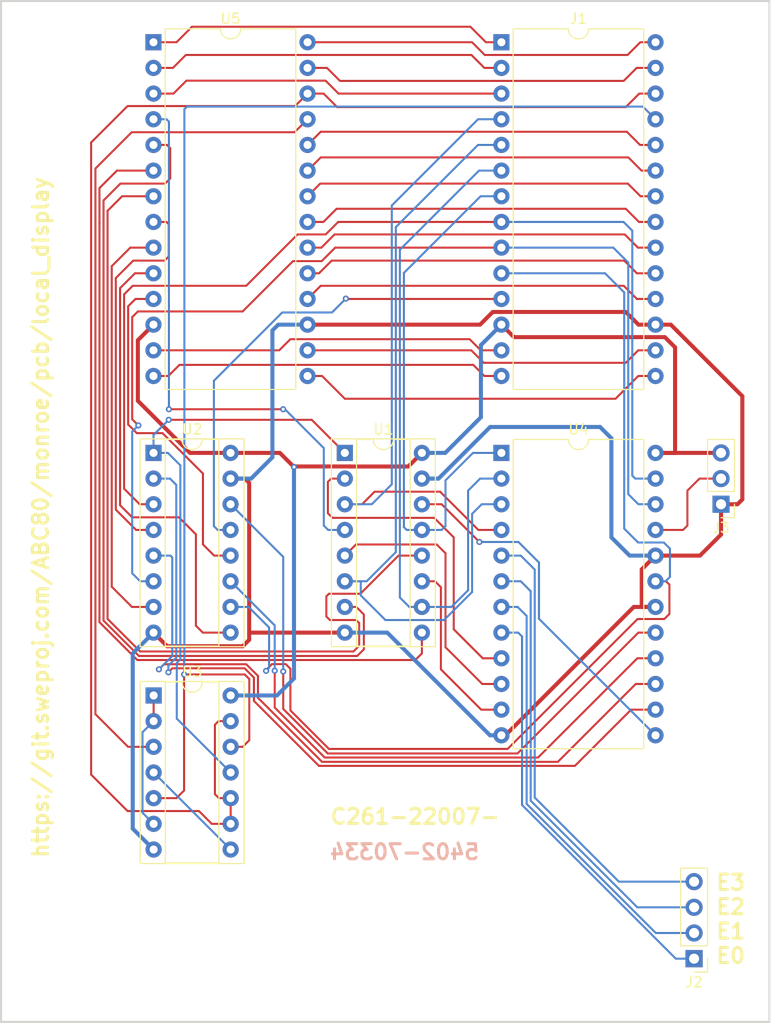
<source format=kicad_pcb>
(kicad_pcb (version 20241229) (generator "pcbnew") (generator_version "9.0")
  (title_block (title "Monroe Local Display") (date "2024-10-31") (rev "ver 0.01") (company "SweProj"))
  (layers (0 "F.Cu" signal) (2 "B.Cu" signal) (13 "F.Paste" user) (15 "B.Paste" user) (5 "F.SilkS" user "F.Silkscreen") (7 "B.SilkS" user "B.Silkscreen") (1 "F.Mask" user) (3 "B.Mask" user) (25 "Edge.Cuts" user))
  (net 0 "")
  (net 1 "/E7")
  (net 2 "/E8")
  (net 3 "/E4")
  (net 4 "Net-(J3-Pin_2)")
  (net 5 "/E2")
  (net 6 "/E10")
  (net 7 "/E1")
  (net 8 "VCC")
  (net 9 "Net-(U1-I0c)")
  (net 10 "Net-(U2-I0a)")
  (net 11 "/E3")
  (net 12 "Net-(U2-I0c)")
  (net 13 "Net-(U1-I0a)")
  (net 14 "Net-(U1-I0d)")
  (net 15 "GND")
  (net 16 "Net-(U1-I0b)")
  (net 17 "/E0")
  (net 18 "/E5")
  (net 19 "/E9")
  (net 20 "/E6")
  (net 21 "Net-(U2-I0d)")
  (net 22 "Net-(U2-I0b)")
  (net 23 "/UNDLN")
  (net 24 "/CHABL")
  (net 25 "/VDC")
  (net 26 "/R3")
  (net 27 "/LD{slash}~{SH}")
  (net 28 "/RETBL")
  (net 29 "Net-(U1-Za)")
  (net 30 "Net-(U2-Zc)")
  (net 31 "/VSYNC")
  (net 32 "/CURSOR")
  (net 33 "Net-(U2-Zb)")
  (net 34 "/BLINK")
  (net 35 "/R1")
  (net 36 "/ATTBE")
  (net 37 "/REVID")
  (net 38 "/R2")
  (net 39 "Net-(U1-Zc)")
  (net 40 "/MS0")
  (net 41 "/VIDEO")
  (net 42 "Net-(U1-Zb)")
  (net 43 "/MS1")
  (net 44 "Net-(U2-Zd)")
  (net 45 "Net-(U2-Za)")
  (net 46 "/R0")
  (net 47 "Net-(U1-Zd)")
  (net 48 "/STKRU")
  (net 49 "Net-(U1-S)")
  (net 50 "/A7")
  (net 51 "/MS0_IN")
  (net 52 "Net-(U3-Pad1)")
  (net 53 "Net-(U3-Pad4)")
  (footprint "Package_DIP:DIP-28_W15.24mm" (layer "F.Cu") (at 79.497 44.079)
    (property "Reference" "J1")
    (property "Value" "Conn_02x14_Counter_Clockwise")
  )
  (footprint "Connector_PinHeader_2.54mm:PinHeader_1x04_P2.54mm_Vertical" (layer "F.Cu") (at 98.552 134.747 180)
    (property "Reference" "J2")
    (property "Value" "Conn_01x04_Pin")
  )
  (footprint "Connector_PinHeader_2.54mm:PinHeader_1x03_P2.54mm_Vertical" (layer "F.Cu") (at 101.219 89.789 180)
    (property "Reference" "J3")
    (property "Value" "Conn_01x03_Pin")
  )
  (footprint "Package_DIP:DIP-14_W7.62mm_Socket" (layer "F.Cu") (at 45.095 108.707)
    (property "Reference" "U3")
    (property "Value" "74LS00")
  )
  (footprint "Package_DIP:DIP-16_W7.62mm_Socket" (layer "F.Cu") (at 64.008 84.709)
    (property "Reference" "U1")
    (property "Value" "74LS157")
  )
  (footprint "Package_DIP:DIP-28_W15.24mm" (layer "F.Cu") (at 45.08 44.079)
    (property "Reference" "U5")
    (property "Value" "~")
  )
  (footprint "Package_DIP:DIP-16_W7.62mm_Socket" (layer "F.Cu") (at 45.085 84.709)
    (property "Reference" "U2")
    (property "Value" "74LS157")
  )
  (footprint "Package_DIP:DIP-24_W15.24mm" (layer "F.Cu") (at 79.497 84.709)
    (property "Reference" "U4")
    (property "Value" "2732")
  )
  (gr_line (start 30 141) (end 106 141) (stroke (width 0.2)) (layer "Edge.Cuts"))
  (gr_line (start 106 40) (end 106 141) (stroke (width 0.2)) (layer "Edge.Cuts"))
  (gr_line (start 30 40) (end 106 40) (stroke (width 0.2)) (layer "Edge.Cuts"))
  (gr_line (start 30 40) (end 30 141) (stroke (width 0.2)) (layer "Edge.Cuts"))
  (gr_text "C261-22007-" (at 62.4332 121.5644 0) (layer "F.SilkS") (effects (font (size 1.5 1.5) (thickness 0.3) (bold yes)) (justify left bottom)))
  (gr_text "https://git.sweproj.com/ABC80/monroe/pcb/local_display" (at 34.798 124.9172 90) (layer "F.SilkS") (effects (font (size 1.5 1.5) (thickness 0.3) (bold yes)) (justify left bottom)))
  (gr_text "E3\nE2\nE1\nE0" (at 100.584 135.3312 0) (layer "F.SilkS") (effects (font (size 1.5 1.5) (thickness 0.3) (bold yes)) (justify left bottom)))
  (gr_text "5402-70334" (at 77.47 125.0696 0) (layer "B.SilkS") (effects (font (size 1.5 1.5) (thickness 0.3) (bold yes)) (justify left bottom mirror)))
  (segment (start 79.497 84.709) (end 76.6826 84.709) (width 0.2) (layer "B.Cu") (net 1))
  (segment (start 73.5838 92.329) (end 71.628 92.329) (width 0.2) (layer "B.Cu") (net 1))
  (segment (start 69.85 66.9036) (end 69.85 92.0496) (width 0.2) (layer "B.Cu") (net 1))
  (segment (start 79.497 59.319) (end 77.4346 59.319) (width 0.2) (layer "B.Cu") (net 1))
  (segment (start 73.9648 87.4268) (end 73.9648 91.948) (width 0.2) (layer "B.Cu") (net 1))
  (segment (start 69.85 92.0496) (end 70.1294 92.329) (width 0.2) (layer "B.Cu") (net 1))
  (segment (start 76.6826 84.709) (end 73.9648 87.4268) (width 0.2) (layer "B.Cu") (net 1))
  (segment (start 73.9648 91.948) (end 73.5838 92.329) (width 0.2) (layer "B.Cu") (net 1))
  (segment (start 77.4346 59.319) (end 69.85 66.9036) (width 0.2) (layer "B.Cu") (net 1))
  (segment (start 70.1294 92.329) (end 71.628 92.329) (width 0.2) (layer "B.Cu") (net 1))
  (segment (start 42.1768 88.2524) (end 42.1768 69.0244) (width 0.2) (layer "F.Cu") (net 2))
  (segment (start 42.1768 69.0244) (end 43.0276 68.1736) (width 0.2) (layer "F.Cu") (net 2))
  (segment (start 43.7134 89.789) (end 42.1768 88.2524) (width 0.2) (layer "F.Cu") (net 2))
  (segment (start 62.113002 63.0936) (end 63.347602 61.859) (width 0.2) (layer "F.Cu") (net 2))
  (segment (start 43.0276 68.1736) (end 54.2544 68.1736) (width 0.2) (layer "F.Cu") (net 2))
  (segment (start 59.3344 63.0936) (end 62.113002 63.0936) (width 0.2) (layer "F.Cu") (net 2))
  (segment (start 54.2544 68.1736) (end 59.3344 63.0936) (width 0.2) (layer "F.Cu") (net 2))
  (segment (start 45.085 89.789) (end 43.7134 89.789) (width 0.2) (layer "F.Cu") (net 2))
  (segment (start 63.347602 61.859) (end 79.497 61.859) (width 0.2) (layer "F.Cu") (net 2))
  (segment (start 94.737 87.249) (end 92.7354 87.249) (width 0.2) (layer "B.Cu") (net 2))
  (segment (start 91.577 61.859) (end 79.497 61.859) (width 0.2) (layer "B.Cu") (net 2))
  (segment (start 92.4432 62.7252) (end 91.577 61.859) (width 0.2) (layer "B.Cu") (net 2))
  (segment (start 92.4432 86.9568) (end 92.4432 62.7252) (width 0.2) (layer "B.Cu") (net 2))
  (segment (start 92.7354 87.249) (end 92.4432 86.9568) (width 0.2) (layer "B.Cu") (net 2))
  (segment (start 77.21364 92.329) (end 79.497 92.329) (width 0.2) (layer "F.Cu") (net 3))
  (segment (start 65.7098 89.789) (end 66.9544 88.5444) (width 0.2) (layer "F.Cu") (net 3))
  (segment (start 73.42904 88.5444) (end 77.21364 92.329) (width 0.2) (layer "F.Cu") (net 3))
  (segment (start 66.9544 88.5444) (end 73.42904 88.5444) (width 0.2) (layer "F.Cu") (net 3))
  (segment (start 64.008 89.789) (end 65.7098 89.789) (width 0.2) (layer "F.Cu") (net 3))
  (segment (start 77.1806 51.699) (end 68.65 60.2296) (width 0.2) (layer "B.Cu") (net 3))
  (segment (start 79.497 51.699) (end 77.1806 51.699) (width 0.2) (layer "B.Cu") (net 3))
  (segment (start 68.65 60.2296) (end 68.65 87.814) (width 0.2) (layer "B.Cu") (net 3))
  (segment (start 68.65 87.814) (end 66.675 89.789) (width 0.2) (layer "B.Cu") (net 3))
  (segment (start 66.675 89.789) (end 64.008 89.789) (width 0.2) (layer "B.Cu") (net 3))
  (segment (start 97.4598 92.329) (end 97.8916 91.8972) (width 0.2) (layer "F.Cu") (net 4))
  (segment (start 99.0854 87.249) (end 101.219 87.249) (width 0.2) (layer "F.Cu") (net 4))
  (segment (start 97.8916 91.8972) (end 97.8916 88.4428) (width 0.2) (layer "F.Cu") (net 4))
  (segment (start 94.737 92.329) (end 97.4598 92.329) (width 0.2) (layer "F.Cu") (net 4))
  (segment (start 97.8916 88.4428) (end 99.0854 87.249) (width 0.2) (layer "F.Cu") (net 4))
  (segment (start 82.389 98.391) (end 81.407 97.409) (width 0.2) (layer "B.Cu") (net 5))
  (segment (start 81.407 97.409) (end 79.497 97.409) (width 0.2) (layer "B.Cu") (net 5))
  (segment (start 92.9386 129.667) (end 82.389 119.1174) (width 0.2) (layer "B.Cu") (net 5))
  (segment (start 82.389 119.1174) (end 82.389 98.391) (width 0.2) (layer "B.Cu") (net 5))
  (segment (start 98.552 129.667) (end 92.9386 129.667) (width 0.2) (layer "B.Cu") (net 5))
  (segment (start 92.964 101.1428) (end 80.1116 113.9952) (width 0.2) (layer "F.Cu") (net 6))
  (segment (start 96.1136 100.6348) (end 95.6056 101.1428) (width 0.2) (layer "F.Cu") (net 6))
  (segment (start 58.6232 110.1852) (end 58.6232 106.065561) (width 0.2) (layer "F.Cu") (net 6))
  (segment (start 96.1136 97.7392) (end 96.1136 100.6348) (width 0.2) (layer "F.Cu") (net 6))
  (segment (start 95.7834 97.409) (end 96.1136 97.7392) (width 0.2) (layer "F.Cu") (net 6))
  (segment (start 56.801237 105.606167) (end 56.220635 106.186769) (width 0.2) (layer "F.Cu") (net 6))
  (segment (start 94.737 97.409) (end 95.7834 97.409) (width 0.2) (layer "F.Cu") (net 6))
  (segment (start 80.1116 113.9952) (end 62.4332 113.9952) (width 0.2) (layer "F.Cu") (net 6))
  (segment (start 58.6232 106.065561) (end 58.163806 105.606167) (width 0.2) (layer "F.Cu") (net 6))
  (segment (start 95.6056 101.1428) (end 92.964 101.1428) (width 0.2) (layer "F.Cu") (net 6))
  (segment (start 58.163806 105.606167) (end 56.801237 105.606167) (width 0.2) (layer "F.Cu") (net 6))
  (segment (start 56.220635 106.186769) (end 56.220635 106.272717) (width 0.2) (layer "F.Cu") (net 6))
  (segment (start 62.4332 113.9952) (end 58.6232 110.1852) (width 0.2) (layer "F.Cu") (net 6))
  (via (at 56.220635 106.272717) (size 0.6) (drill 0.3) (layers "F.Cu" "B.Cu") (net 6))
  (segment (start 95.5548 93.5736) (end 96.1644 94.1832) (width 0.2) (layer "B.Cu") (net 6))
  (segment (start 91.6432 68.834) (end 91.6432 92.199464) (width 0.2) (layer "B.Cu") (net 6))
  (segment (start 96.1644 96.9772) (end 95.7326 97.409) (width 0.2) (layer "B.Cu") (net 6))
  (segment (start 79.497 66.939) (end 89.7482 66.939) (width 0.2) (layer "B.Cu") (net 6))
  (segment (start 91.6432 92.199464) (end 93.017336 93.5736) (width 0.2) (layer "B.Cu") (net 6))
  (segment (start 56.515 101.981) (end 56.515 105.978352) (width 0.2) (layer "B.Cu") (net 6))
  (segment (start 54.483 99.949) (end 56.515 101.981) (width 0.2) (layer "B.Cu") (net 6))
  (segment (start 96.1644 94.1832) (end 96.1644 96.9772) (width 0.2) (layer "B.Cu") (net 6))
  (segment (start 52.705 99.949) (end 54.483 99.949) (width 0.2) (layer "B.Cu") (net 6))
  (segment (start 95.7326 97.409) (end 94.737 97.409) (width 0.2) (layer "B.Cu") (net 6))
  (segment (start 89.7482 66.939) (end 91.6432 68.834) (width 0.2) (layer "B.Cu") (net 6))
  (segment (start 56.515 105.978352) (end 56.220635 106.272717) (width 0.2) (layer "B.Cu") (net 6))
  (segment (start 93.017336 93.5736) (end 95.5548 93.5736) (width 0.2) (layer "B.Cu") (net 6))
  (segment (start 81.989 119.4286) (end 81.989 100.8358) (width 0.2) (layer "B.Cu") (net 7))
  (segment (start 98.552 132.207) (end 94.7674 132.207) (width 0.2) (layer "B.Cu") (net 7))
  (segment (start 81.989 100.8358) (end 81.1022 99.949) (width 0.2) (layer "B.Cu") (net 7))
  (segment (start 94.7674 132.207) (end 81.989 119.4286) (width 0.2) (layer "B.Cu") (net 7))
  (segment (start 81.1022 99.949) (end 79.497 99.949) (width 0.2) (layer "B.Cu") (net 7))
  (segment (start 57.5818 84.709) (end 58.9788 86.106) (width 0.4) (layer "F.Cu") (net 8))
  (segment (start 64.511257 86.0552) (end 64.505057 86.049) (width 0.4) (layer "F.Cu") (net 8))
  (segment (start 43.5356 79.5528) (end 48.6918 84.709) (width 0.4) (layer "F.Cu") (net 8))
  (segment (start 43.5356 73.5634) (end 43.5356 79.5528) (width 0.4) (layer "F.Cu") (net 8))
  (segment (start 79.497 72.019) (end 80.7316 73.2536) (width 0.4) (layer "F.Cu") (net 8))
  (segment (start 59.0358 86.049) (end 58.9788 86.106) (width 0.4) (layer "F.Cu") (net 8))
  (segment (start 95.6564 73.2536) (end 96.6724 74.2696) (width 0.4) (layer "F.Cu") (net 8))
  (segment (start 45.08 72.019) (end 43.5356 73.5634) (width 0.4) (layer "F.Cu") (net 8))
  (segment (start 94.737 84.709) (end 101.219 84.709) (width 0.4) (layer "F.Cu") (net 8))
  (segment (start 71.628 84.709) (end 70.2818 86.0552) (width 0.4) (layer "F.Cu") (net 8))
  (segment (start 64.505057 86.049) (end 59.0358 86.049) (width 0.4) (layer "F.Cu") (net 8))
  (segment (start 70.2818 86.0552) (end 64.511257 86.0552) (width 0.4) (layer "F.Cu") (net 8))
  (segment (start 48.6918 84.709) (end 52.705 84.709) (width 0.4) (layer "F.Cu") (net 8))
  (segment (start 52.705 84.709) (end 57.5818 84.709) (width 0.4) (layer "F.Cu") (net 8))
  (segment (start 96.6724 84.709) (end 94.737 84.709) (width 0.4) (layer "F.Cu") (net 8))
  (segment (start 80.7316 73.2536) (end 95.6564 73.2536) (width 0.4) (layer "F.Cu") (net 8))
  (segment (start 96.6724 74.2696) (end 96.6724 84.709) (width 0.4) (layer "F.Cu") (net 8))
  (via (at 58.9788 86.106) (size 0.6) (drill 0.3) (layers "F.Cu" "B.Cu") (net 8))
  (segment (start 71.628 84.709) (end 73.9394 84.709) (width 0.4) (layer "B.Cu") (net 8))
  (segment (start 77.47 74.046) (end 79.497 72.019) (width 0.4) (layer "B.Cu") (net 8))
  (segment (start 58.9788 107.0252) (end 58.9788 86.106) (width 0.4) (layer "B.Cu") (net 8))
  (segment (start 77.47 81.1784) (end 77.47 74.046) (width 0.4) (layer "B.Cu") (net 8))
  (segment (start 52.715 108.707) (end 57.297 108.707) (width 0.4) (layer "B.Cu") (net 8))
  (segment (start 57.297 108.707) (end 58.9788 107.0252) (width 0.4) (layer "B.Cu") (net 8))
  (segment (start 73.9394 84.709) (end 77.47 81.1784) (width 0.4) (layer "B.Cu") (net 8))
  (segment (start 73.5076 97.9932) (end 73.5076 106.1212) (width 0.2) (layer "F.Cu") (net 9))
  (segment (start 77.4954 110.109) (end 79.497 110.109) (width 0.2) (layer "F.Cu") (net 9))
  (segment (start 72.9234 97.409) (end 73.5076 97.9932) (width 0.2) (layer "F.Cu") (net 9))
  (segment (start 71.628 97.409) (end 72.9234 97.409) (width 0.2) (layer "F.Cu") (net 9))
  (segment (start 73.5076 106.1212) (end 77.4954 110.109) (width 0.2) (layer "F.Cu") (net 9))
  (segment (start 61.4426 115.6716) (end 55.0164 109.2454) (width 0.2) (layer "F.Cu") (net 10))
  (segment (start 46.951683 106.0196) (end 46.555683 106.4156) (width 0.2) (layer "F.Cu") (net 10))
  (segment (start 94.737 110.109) (end 92.329 110.109) (width 0.2) (layer "F.Cu") (net 10))
  (segment (start 55.0164 109.2454) (end 55.0164 106.940886) (width 0.2) (layer "F.Cu") (net 10))
  (segment (start 54.095114 106.0196) (end 46.951683 106.0196) (width 0.2) (layer "F.Cu") (net 10))
  (segment (start 92.329 110.109) (end 86.7664 115.6716) (width 0.2) (layer "F.Cu") (net 10))
  (segment (start 55.0164 106.940886) (end 54.095114 106.0196) (width 0.2) (layer "F.Cu") (net 10))
  (segment (start 86.7664 115.6716) (end 61.4426 115.6716) (width 0.2) (layer "F.Cu") (net 10))
  (via (at 46.555683 106.4156) (size 0.6) (drill 0.3) (layers "F.Cu" "B.Cu") (net 10))
  (segment (start 47.3392 104.966088) (end 46.555683 105.749605) (width 0.2) (layer "B.Cu") (net 10))
  (segment (start 45.085 87.249) (end 46.7106 87.249) (width 0.2) (layer "B.Cu") (net 10))
  (segment (start 46.7106 87.249) (end 47.3392 87.8776) (width 0.2) (layer "B.Cu") (net 10))
  (segment (start 46.555683 105.749605) (end 46.555683 106.4156) (width 0.2) (layer "B.Cu") (net 10))
  (segment (start 47.3392 87.8776) (end 47.3392 104.966088) (width 0.2) (layer "B.Cu") (net 10))
  (segment (start 81.407 94.869) (end 82.789 96.251) (width 0.2) (layer "B.Cu") (net 11))
  (segment (start 79.497 94.869) (end 81.407 94.869) (width 0.2) (layer "B.Cu") (net 11))
  (segment (start 82.789 96.251) (end 82.789 118.8062) (width 0.2) (layer "B.Cu") (net 11))
  (segment (start 91.1098 127.127) (end 98.552 127.127) (width 0.2) (layer "B.Cu") (net 11))
  (segment (start 82.789 118.8062) (end 91.1098 127.127) (width 0.2) (layer "B.Cu") (net 11))
  (segment (start 57.070476 109.902476) (end 57.070476 106.256167) (width 0.2) (layer "F.Cu") (net 12))
  (segment (start 62.014 114.846) (end 57.070476 109.902476) (width 0.2) (layer "F.Cu") (net 12))
  (segment (start 94.737 105.029) (end 92.9386 105.029) (width 0.2) (layer "F.Cu") (net 12))
  (segment (start 92.9386 105.029) (end 83.1216 114.846) (width 0.2) (layer "F.Cu") (net 12))
  (segment (start 83.1216 114.846) (end 62.014 114.846) (width 0.2) (layer "F.Cu") (net 12))
  (via (at 57.070476 106.256167) (size 0.6) (drill 0.3) (layers "F.Cu" "B.Cu") (net 12))
  (segment (start 52.705 97.409) (end 57.070476 101.774476) (width 0.2) (layer "B.Cu") (net 12))
  (segment (start 57.070476 101.774476) (end 57.070476 106.256167) (width 0.2) (layer "B.Cu") (net 12))
  (segment (start 74.7776 93.0656) (end 74.7776 102.1588) (width 0.2) (layer "F.Cu") (net 13))
  (segment (start 64.008 87.249) (end 62.6618 87.249) (width 0.2) (layer "F.Cu") (net 13))
  (segment (start 77.6478 105.029) (end 79.497 105.029) (width 0.2) (layer "F.Cu") (net 13))
  (segment (start 62.3316 87.5792) (end 62.3316 90.678) (width 0.2) (layer "F.Cu") (net 13))
  (segment (start 62.7888 91.1352) (end 72.8472 91.1352) (width 0.2) (layer "F.Cu") (net 13))
  (segment (start 62.6618 87.249) (end 62.3316 87.5792) (width 0.2) (layer "F.Cu") (net 13))
  (segment (start 72.8472 91.1352) (end 74.7776 93.0656) (width 0.2) (layer "F.Cu") (net 13))
  (segment (start 62.3316 90.678) (end 62.7888 91.1352) (width 0.2) (layer "F.Cu") (net 13))
  (segment (start 74.7776 102.1588) (end 77.6478 105.029) (width 0.2) (layer "F.Cu") (net 13))
  (segment (start 73.583806 89.789) (end 77.317606 93.5228) (width 0.2) (layer "F.Cu") (net 14))
  (segment (start 71.628 89.789) (end 73.583806 89.789) (width 0.2) (layer "F.Cu") (net 14))
  (via (at 77.317606 93.5228) (size 0.6) (drill 0.3) (layers "F.Cu" "B.Cu") (net 14))
  (segment (start 81.1784 93.5228) (end 77.317606 93.5228) (width 0.2) (layer "B.Cu") (net 14))
  (segment (start 83.2104 95.5548) (end 81.1784 93.5228) (width 0.2) (layer "B.Cu") (net 14))
  (segment (start 83.2104 101.1224) (end 83.2104 95.5548) (width 0.2) (layer "B.Cu") (net 14))
  (segment (start 94.737 112.649) (end 83.2104 101.1224) (width 0.2) (layer "B.Cu") (net 14))
  (segment (start 93.3704 96.2356) (end 94.737 94.869) (width 0.4) (layer "F.Cu") (net 15))
  (segment (start 46.4312 103.8352) (end 53.910428 103.8352) (width 0.4) (layer "F.Cu") (net 15))
  (segment (start 94.737 99.949) (end 93.3704 99.949) (width 0.4) (layer "F.Cu") (net 15))
  (segment (start 92.583 99.949) (end 94.737 99.949) (width 0.4) (layer "F.Cu") (net 15))
  (segment (start 64.008 102.489) (end 54.5719 102.489) (width 0.4) (layer "F.Cu") (net 15))
  (segment (start 77.3838 72.019) (end 78.6384 70.7644) (width 0.4) (layer "F.Cu") (net 15))
  (segment (start 79.497 112.649) (end 79.883 112.649) (width 0.4) (layer "F.Cu") (net 15))
  (segment (start 54.1274 87.249) (end 52.705 87.249) (width 0.4) (layer "F.Cu") (net 15))
  (segment (start 99.1362 94.869) (end 101.219 92.7862) (width 0.4) (layer "F.Cu") (net 15))
  (segment (start 96.2506 72.019) (end 103.3272 79.0956) (width 0.4) (layer "F.Cu") (net 15))
  (segment (start 60.32 72.019) (end 77.3838 72.019) (width 0.4) (layer "F.Cu") (net 15))
  (segment (start 78.6384 70.7644) (end 91.7956 70.7644) (width 0.4) (layer "F.Cu") (net 15))
  (segment (start 103.3272 89.3064) (end 102.8446 89.789) (width 0.4) (layer "F.Cu") (net 15))
  (segment (start 103.3272 79.0956) (end 103.3272 89.3064) (width 0.4) (layer "F.Cu") (net 15))
  (segment (start 54.5465 87.6681) (end 54.1274 87.249) (width 0.4) (layer "F.Cu") (net 15))
  (segment (start 45.085 102.489) (end 46.4312 103.8352) (width 0.4) (layer "F.Cu") (net 15))
  (segment (start 102.8446 89.789) (end 101.219 89.789) (width 0.4) (layer "F.Cu") (net 15))
  (segment (start 93.3704 99.949) (end 93.3704 96.2356) (width 0.4) (layer "F.Cu") (net 15))
  (segment (start 93.0502 72.019) (end 94.737 72.019) (width 0.4) (layer "F.Cu") (net 15))
  (segment (start 94.737 72.019) (end 96.2506 72.019) (width 0.4) (layer "F.Cu") (net 15))
  (segment (start 79.883 112.649) (end 92.583 99.949) (width 0.4) (layer "F.Cu") (net 15))
  (segment (start 94.737 94.869) (end 99.1362 94.869) (width 0.4) (layer "F.Cu") (net 15))
  (segment (start 53.910428 103.8352) (end 54.5465 103.199128) (width 0.4) (layer "F.Cu") (net 15))
  (segment (start 101.219 92.7862) (end 101.219 89.789) (width 0.4) (layer "F.Cu") (net 15))
  (segment (start 91.7956 70.7644) (end 93.0502 72.019) (width 0.4) (layer "F.Cu") (net 15))
  (segment (start 54.5465 103.199128) (end 54.5465 87.6681) (width 0.4) (layer "F.Cu") (net 15))
  (segment (start 43.0276 121.8796) (end 43.0276 104.5464) (width 0.4) (layer "B.Cu") (net 15))
  (segment (start 78.3844 82.1436) (end 89.2556 82.1436) (width 0.4) (layer "B.Cu") (net 15))
  (segment (start 43.0276 104.5464) (end 45.085 102.489) (width 0.4) (layer "B.Cu") (net 15))
  (segment (start 56.8452 85.1408) (end 56.8452 72.5932) (width 0.4) (layer "B.Cu") (net 15))
  (segment (start 90.3732 83.2612) (end 90.3732 93.0656) (width 0.4) (layer "B.Cu") (net 15))
  (segment (start 57.4194 72.019) (end 60.32 72.019) (width 0.4) (layer "B.Cu") (net 15))
  (segment (start 68.20563 102.489) (end 64.008 102.489) (width 0.4) (layer "B.Cu") (net 15))
  (segment (start 52.705 87.249) (end 54.737 87.249) (width 0.4) (layer "B.Cu") (net 15))
  (segment (start 54.737 87.249) (end 56.8452 85.1408) (width 0.4) (layer "B.Cu") (net 15))
  (segment (start 90.3732 93.0656) (end 92.1766 94.869) (width 0.4) (layer "B.Cu") (net 15))
  (segment (start 71.628 87.249) (end 73.279 87.249) (width 0.4) (layer "B.Cu") (net 15))
  (segment (start 73.279 87.249) (end 78.3844 82.1436) (width 0.4) (layer "B.Cu") (net 15))
  (segment (start 56.8452 72.5932) (end 57.4194 72.019) (width 0.4) (layer "B.Cu") (net 15))
  (segment (start 79.497 112.649) (end 78.36563 112.649) (width 0.4) (layer "B.Cu") (net 15))
  (segment (start 45.095 123.947) (end 43.0276 121.8796) (width 0.4) (layer "B.Cu") (net 15))
  (segment (start 89.2556 82.1436) (end 90.3732 83.2612) (width 0.4) (layer "B.Cu") (net 15))
  (segment (start 78.36563 112.649) (end 68.20563 102.489) (width 0.4) (layer "B.Cu") (net 15))
  (segment (start 92.1766 94.869) (end 94.737 94.869) (width 0.4) (layer "B.Cu") (net 15))
  (segment (start 65.108 93.769) (end 73.0934 93.769) (width 0.2) (layer "F.Cu") (net 16))
  (segment (start 73.9648 103.9368) (end 77.597 107.569) (width 0.2) (layer "F.Cu") (net 16))
  (segment (start 73.9648 94.6404) (end 73.9648 103.9368) (width 0.2) (layer "F.Cu") (net 16))
  (segment (start 64.008 94.869) (end 65.108 93.769) (width 0.2) (layer "F.Cu") (net 16))
  (segment (start 77.597 107.569) (end 79.497 107.569) (width 0.2) (layer "F.Cu") (net 16))
  (segment (start 73.0934 93.769) (end 73.9648 94.6404) (width 0.2) (layer "F.Cu") (net 16))
  (segment (start 98.552 134.747) (end 96.741714 134.747) (width 0.2) (layer "B.Cu") (net 17))
  (segment (start 96.741714 134.747) (end 81.534 119.539286) (width 0.2) (layer "B.Cu") (net 17))
  (segment (start 81.534 102.87) (end 81.153 102.489) (width 0.2) (layer "B.Cu") (net 17))
  (segment (start 81.534 119.539286) (end 81.534 102.87) (width 0.2) (layer "B.Cu") (net 17))
  (segment (start 81.153 102.489) (end 79.497 102.489) (width 0.2) (layer "B.Cu") (net 17))
  (segment (start 66.167 97.409) (end 64.008 97.409) (width 0.2) (layer "B.Cu") (net 18))
  (segment (start 76.6 90.7352) (end 77.5462 89.789) (width 0.2) (layer "B.Cu") (net 18))
  (segment (start 79.497 54.239) (end 77.1806 54.239) (width 0.2) (layer "B.Cu") (net 18))
  (segment (start 73.819286 101.2444) (end 76.6 98.463686) (width 0.2) (layer "B.Cu") (net 18))
  (segment (start 69.05 62.3696) (end 69.05 94.526) (width 0.2) (layer "B.Cu") (net 18))
  (segment (start 69.05 94.526) (end 66.167 97.409) (width 0.2) (layer "B.Cu") (net 18))
  (segment (start 77.5462 89.789) (end 79.497 89.789) (width 0.2) (layer "B.Cu") (net 18))
  (segment (start 65.5828 98.806) (end 68.0212 101.2444) (width 0.2) (layer "B.Cu") (net 18))
  (segment (start 65.5828 97.409) (end 65.5828 98.806) (width 0.2) (layer "B.Cu") (net 18))
  (segment (start 76.6 98.463686) (end 76.6 90.7352) (width 0.2) (layer "B.Cu") (net 18))
  (segment (start 77.1806 54.239) (end 69.05 62.3696) (width 0.2) (layer "B.Cu") (net 18))
  (segment (start 68.0212 101.2444) (end 73.819286 101.2444) (width 0.2) (layer "B.Cu") (net 18))
  (segment (start 64.008 97.409) (end 65.5828 97.409) (width 0.2) (layer "B.Cu") (net 18))
  (segment (start 79.497 64.399) (end 63.0582 64.399) (width 0.2) (layer "F.Cu") (net 19))
  (segment (start 58.8772 65.7352) (end 53.8988 70.7136) (width 0.2) (layer "F.Cu") (net 19))
  (segment (start 61.722 65.7352) (end 58.8772 65.7352) (width 0.2) (layer "F.Cu") (net 19))
  (segment (start 42.9768 81.37676) (end 43.58882 81.98878) (width 0.2) (layer "F.Cu") (net 19))
  (segment (start 63.0582 64.399) (end 61.722 65.7352) (width 0.2) (layer "F.Cu") (net 19))
  (segment (start 43.5356 70.7136) (end 42.9768 71.2724) (width 0.2) (layer "F.Cu") (net 19))
  (segment (start 53.8988 70.7136) (end 43.5356 70.7136) (width 0.2) (layer "F.Cu") (net 19))
  (segment (start 42.9768 71.2724) (end 42.9768 81.37676) (width 0.2) (layer "F.Cu") (net 19))
  (via (at 43.58882 81.98878) (size 0.6) (drill 0.3) (layers "F.Cu" "B.Cu") (net 19))
  (segment (start 92.0432 88.792) (end 93.0402 89.789) (width 0.2) (layer "B.Cu") (net 19))
  (segment (start 92.0432 65.8812) (end 92.0432 88.792) (width 0.2) (layer "B.Cu") (net 19))
  (segment (start 42.9768 96.6216) (end 42.9768 82.6008) (width 0.2) (layer "B.Cu") (net 19))
  (segment (start 45.085 97.409) (end 43.7642 97.409) (width 0.2) (layer "B.Cu") (net 19))
  (segment (start 43.7642 97.409) (end 42.9768 96.6216) (width 0.2) (layer "B.Cu") (net 19))
  (segment (start 93.0402 89.789) (end 94.737 89.789) (width 0.2) (layer "B.Cu") (net 19))
  (segment (start 42.9768 82.6008) (end 43.58882 81.98878) (width 0.2) (layer "B.Cu") (net 19))
  (segment (start 90.561 64.399) (end 92.0432 65.8812) (width 0.2) (layer "B.Cu") (net 19))
  (segment (start 79.497 64.399) (end 90.561 64.399) (width 0.2) (layer "B.Cu") (net 19))
  (segment (start 70.3834 99.949) (end 69.45 99.0156) (width 0.2) (layer "B.Cu") (net 20))
  (segment (start 76.2 88.4428) (end 76.2 98.298) (width 0.2) (layer "B.Cu") (net 20))
  (segment (start 71.628 99.949) (end 70.3834 99.949) (width 0.2) (layer "B.Cu") (net 20))
  (segment (start 79.497 87.249) (end 77.3938 87.249) (width 0.2) (layer "B.Cu") (net 20))
  (segment (start 69.45 99.0156) (end 69.45 64.6112) (width 0.2) (layer "B.Cu") (net 20))
  (segment (start 77.3938 87.249) (end 76.2 88.4428) (width 0.2) (layer "B.Cu") (net 20))
  (segment (start 69.45 64.6112) (end 77.2822 56.779) (width 0.2) (layer "B.Cu") (net 20))
  (segment (start 76.2 98.298) (end 74.549 99.949) (width 0.2) (layer "B.Cu") (net 20))
  (segment (start 77.2822 56.779) (end 79.497 56.779) (width 0.2) (layer "B.Cu") (net 20))
  (segment (start 74.549 99.949) (end 71.628 99.949) (width 0.2) (layer "B.Cu") (net 20))
  (segment (start 81.0832 114.446) (end 62.318314 114.446) (width 0.2) (layer "F.Cu") (net 21))
  (segment (start 93.0402 102.489) (end 81.0832 114.446) (width 0.2) (layer "F.Cu") (net 21))
  (segment (start 94.737 102.489) (end 93.0402 102.489) (width 0.2) (layer "F.Cu") (net 21))
  (segment (start 57.916931 110.044617) (end 57.916931 106.333742) (width 0.2) (layer "F.Cu") (net 21))
  (segment (start 62.318314 114.446) (end 57.916931 110.044617) (width 0.2) (layer "F.Cu") (net 21))
  (via (at 57.916931 106.333742) (size 0.6) (drill 0.3) (layers "F.Cu" "B.Cu") (net 21))
  (segment (start 52.705 89.789) (end 57.916931 95.000931) (width 0.2) (layer "B.Cu") (net 21))
  (segment (start 57.916931 95.000931) (end 57.916931 106.333742) (width 0.2) (layer "B.Cu") (net 21))
  (segment (start 54.2608 105.6196) (end 46.120002 105.6196) (width 0.2) (layer "F.Cu") (net 22))
  (segment (start 85.0836 115.2716) (end 61.746915 115.2716) (width 0.2) (layer "F.Cu") (net 22))
  (segment (start 55.4164 106.7752) (end 54.2608 105.6196) (width 0.2) (layer "F.Cu") (net 22))
  (segment (start 46.120002 105.6196) (end 45.618402 106.1212) (width 0.2) (layer "F.Cu") (net 22))
  (segment (start 61.746915 115.2716) (end 55.4164 108.941085) (width 0.2) (layer "F.Cu") (net 22))
  (segment (start 92.7862 107.569) (end 85.0836 115.2716) (width 0.2) (layer "F.Cu") (net 22))
  (segment (start 55.4164 108.941085) (end 55.4164 106.7752) (width 0.2) (layer "F.Cu") (net 22))
  (segment (start 94.737 107.569) (end 92.7862 107.569) (width 0.2) (layer "F.Cu") (net 22))
  (via (at 45.618402 106.1212) (size 0.6) (drill 0.3) (layers "F.Cu" "B.Cu") (net 22))
  (segment (start 46.9392 95.0468) (end 46.9392 104.800402) (width 0.2) (layer "B.Cu") (net 22))
  (segment (start 45.085 94.869) (end 46.7614 94.869) (width 0.2) (layer "B.Cu") (net 22))
  (segment (start 46.7614 94.869) (end 46.9392 95.0468) (width 0.2) (layer "B.Cu") (net 22))
  (segment (start 46.9392 104.800402) (end 45.618402 106.1212) (width 0.2) (layer "B.Cu") (net 22))
  (segment (start 62.992 63.0936) (end 91.694 63.0936) (width 0.2) (layer "F.Cu") (net 23))
  (segment (start 60.32 64.399) (end 61.6866 64.399) (width 0.2) (layer "F.Cu") (net 23))
  (segment (start 92.9994 64.399) (end 94.737 64.399) (width 0.2) (layer "F.Cu") (net 23))
  (segment (start 91.694 63.0936) (end 92.9994 64.399) (width 0.2) (layer "F.Cu") (net 23))
  (segment (start 61.6866 64.399) (end 62.992 63.0936) (width 0.2) (layer "F.Cu") (net 23))
  (segment (start 93.2534 59.319) (end 94.737 59.319) (width 0.2) (layer "F.Cu") (net 24))
  (segment (start 61.5746 58.0644) (end 91.9988 58.0644) (width 0.2) (layer "F.Cu") (net 24))
  (segment (start 91.9988 58.0644) (end 93.2534 59.319) (width 0.2) (layer "F.Cu") (net 24))
  (segment (start 60.32 59.319) (end 61.5746 58.0644) (width 0.2) (layer "F.Cu") (net 24))
  (segment (start 45.08 49.159) (end 47.0562 49.159) (width 0.2) (layer "F.Cu") (net 25))
  (segment (start 47.0562 49.159) (end 48.3362 47.879) (width 0.2) (layer "F.Cu") (net 25))
  (segment (start 62.103 47.879) (end 63.383 49.159) (width 0.2) (layer "F.Cu") (net 25))
  (segment (start 48.3362 47.879) (end 62.103 47.879) (width 0.2) (layer "F.Cu") (net 25))
  (segment (start 63.383 49.159) (end 79.497 49.159) (width 0.2) (layer "F.Cu") (net 25))
  (segment (start 77.8102 77.099) (end 79.497 77.099) (width 0.2) (layer "F.Cu") (net 26))
  (segment (start 45.08 77.099) (end 46.5482 77.099) (width 0.2) (layer "F.Cu") (net 26))
  (segment (start 76.7102 75.999) (end 77.8102 77.099) (width 0.2) (layer "F.Cu") (net 26))
  (segment (start 46.5482 77.099) (end 47.6482 75.999) (width 0.2) (layer "F.Cu") (net 26))
  (segment (start 47.6482 75.999) (end 76.7102 75.999) (width 0.2) (layer "F.Cu") (net 26))
  (segment (start 77.8102 46.619) (end 79.497 46.619) (width 0.2) (layer "F.Cu") (net 27))
  (segment (start 48.2854 45.339) (end 76.5302 45.339) (width 0.2) (layer "F.Cu") (net 27))
  (segment (start 45.08 46.619) (end 47.0054 46.619) (width 0.2) (layer "F.Cu") (net 27))
  (segment (start 47.0054 46.619) (end 48.2854 45.339) (width 0.2) (layer "F.Cu") (net 27))
  (segment (start 76.5302 45.339) (end 77.8102 46.619) (width 0.2) (layer "F.Cu") (net 27))
  (segment (start 91.9734 45.339) (end 93.2334 44.079) (width 0.2) (layer "F.Cu") (net 28))
  (segment (start 76.591 44.079) (end 77.851 45.339) (width 0.2) (layer "F.Cu") (net 28))
  (segment (start 93.2334 44.079) (end 94.737 44.079) (width 0.2) (layer "F.Cu") (net 28))
  (segment (start 60.32 44.079) (end 76.591 44.079) (width 0.2) (layer "F.Cu") (net 28))
  (segment (start 77.851 45.339) (end 91.9734 45.339) (width 0.2) (layer "F.Cu") (net 28))
  (segment (start 46.609 80.391) (end 46.608997 80.390997) (width 0.2) (layer "F.Cu") (net 29))
  (segment (start 57.912 80.391) (end 46.609 80.391) (width 0.2) (layer "F.Cu") (net 29))
  (via (at 46.608997 80.390997) (size 0.6) (drill 0.3) (layers "F.Cu" "B.Cu") (net 29))
  (via (at 57.912 80.391) (size 0.6) (drill 0.3) (layers "F.Cu" "B.Cu") (net 29))
  (segment (start 62.357 92.329) (end 61.9252 91.8972) (width 0.2) (layer "B.Cu") (net 29))
  (segment (start 61.9252 91.8972) (end 61.9252 84.2264) (width 0.2) (layer "B.Cu") (net 29))
  (segment (start 61.9252 84.2264) (end 58.0898 80.391) (width 0.2) (layer "B.Cu") (net 29))
  (segment (start 46.608997 51.942997) (end 46.608997 80.390997) (width 0.2) (layer "B.Cu") (net 29))
  (segment (start 58.0898 80.391) (end 57.912 80.391) (width 0.2) (layer "B.Cu") (net 29))
  (segment (start 45.08 51.699) (end 46.365 51.699) (width 0.2) (layer "B.Cu") (net 29))
  (segment (start 64.008 92.329) (end 62.357 92.329) (width 0.2) (layer "B.Cu") (net 29))
  (segment (start 46.365 51.699) (end 46.608997 51.942997) (width 0.2) (layer "B.Cu") (net 29))
  (segment (start 49.276 92.7608) (end 49.276 101.8032) (width 0.2) (layer "F.Cu") (net 30))
  (segment (start 45.08 66.939) (end 43.2462 66.939) (width 0.2) (layer "F.Cu") (net 30))
  (segment (start 41.7768 68.4084) (end 41.7768 89.8844) (width 0.2) (layer "F.Cu") (net 30))
  (segment (start 47.5996 91.0844) (end 49.276 92.7608) (width 0.2) (layer "F.Cu") (net 30))
  (segment (start 42.9768 91.0844) (end 47.5996 91.0844) (width 0.2) (layer "F.Cu") (net 30))
  (segment (start 43.2462 66.939) (end 41.7768 68.4084) (width 0.2) (layer "F.Cu") (net 30))
  (segment (start 49.276 101.8032) (end 49.9618 102.489) (width 0.2) (layer "F.Cu") (net 30))
  (segment (start 41.7768 89.8844) (end 42.9768 91.0844) (width 0.2) (layer "F.Cu") (net 30))
  (segment (start 49.9618 102.489) (end 52.705 102.489) (width 0.2) (layer "F.Cu") (net 30))
  (segment (start 92.0496 55.4736) (end 93.355 56.779) (width 0.2) (layer "F.Cu") (net 31))
  (segment (start 60.32 56.779) (end 61.6254 55.4736) (width 0.2) (layer "F.Cu") (net 31))
  (segment (start 61.6254 55.4736) (end 92.0496 55.4736) (width 0.2) (layer "F.Cu") (net 31))
  (segment (start 93.355 56.779) (end 94.737 56.779) (width 0.2) (layer "F.Cu") (net 31))
  (segment (start 92.8778 46.619) (end 91.5924 47.9044) (width 0.2) (layer "F.Cu") (net 32))
  (segment (start 62.24 46.619) (end 60.32 46.619) (width 0.2) (layer "F.Cu") (net 32))
  (segment (start 91.5924 47.9044) (end 63.5254 47.9044) (width 0.2) (layer "F.Cu") (net 32))
  (segment (start 94.737 46.619) (end 92.8778 46.619) (width 0.2) (layer "F.Cu") (net 32))
  (segment (start 63.5254 47.9044) (end 62.24 46.619) (width 0.2) (layer "F.Cu") (net 32))
  (segment (start 45.085 99.949) (end 42.9514 99.949) (width 0.2) (layer "F.Cu") (net 33))
  (segment (start 42.789 64.399) (end 45.08 64.399) (width 0.2) (layer "F.Cu") (net 33))
  (segment (start 40.9512 97.9488) (end 40.9512 66.2368) (width 0.2) (layer "F.Cu") (net 33))
  (segment (start 42.9514 99.949) (end 40.9512 97.9488) (width 0.2) (layer "F.Cu") (net 33))
  (segment (start 40.9512 66.2368) (end 42.789 64.399) (width 0.2) (layer "F.Cu") (net 33))
  (segment (start 91.8972 52.9336) (end 93.2026 54.239) (width 0.2) (layer "F.Cu") (net 34))
  (segment (start 61.6254 52.9336) (end 91.8972 52.9336) (width 0.2) (layer "F.Cu") (net 34))
  (segment (start 60.32 54.239) (end 61.6254 52.9336) (width 0.2) (layer "F.Cu") (net 34))
  (segment (start 93.2026 54.239) (end 94.737 54.239) (width 0.2) (layer "F.Cu") (net 34))
  (segment (start 94.737 77.099) (end 93.0302 77.099) (width 0.2) (layer "F.Cu") (net 35))
  (segment (start 93.0302 77.099) (end 90.7796 79.3496) (width 0.2) (layer "F.Cu") (net 35))
  (segment (start 64.008 79.3496) (end 61.7574 77.099) (width 0.2) (layer "F.Cu") (net 35))
  (segment (start 61.7574 77.099) (end 60.32 77.099) (width 0.2) (layer "F.Cu") (net 35))
  (segment (start 90.7796 79.3496) (end 64.008 79.3496) (width 0.2) (layer "F.Cu") (net 35))
  (segment (start 60.32 69.479) (end 61.6254 68.1736) (width 0.2) (layer "F.Cu") (net 36))
  (segment (start 92.8978 69.479) (end 94.737 69.479) (width 0.2) (layer "F.Cu") (net 36))
  (segment (start 61.6254 68.1736) (end 91.5924 68.1736) (width 0.2) (layer "F.Cu") (net 36))
  (segment (start 91.5924 68.1736) (end 92.8978 69.479) (width 0.2) (layer "F.Cu") (net 36))
  (segment (start 91.7956 60.5536) (end 93.101 61.859) (width 0.2) (layer "F.Cu") (net 37))
  (segment (start 63.1952 60.5536) (end 91.7956 60.5536) (width 0.2) (layer "F.Cu") (net 37))
  (segment (start 93.101 61.859) (end 94.737 61.859) (width 0.2) (layer "F.Cu") (net 37))
  (segment (start 60.32 61.859) (end 61.8898 61.859) (width 0.2) (layer "F.Cu") (net 37))
  (segment (start 61.8898 61.859) (end 63.1952 60.5536) (width 0.2) (layer "F.Cu") (net 37))
  (segment (start 57.521 74.559) (end 58.621 73.459) (width 0.2) (layer "F.Cu") (net 38))
  (segment (start 45.08 74.559) (end 57.521 74.559) (width 0.2) (layer "F.Cu") (net 38))
  (segment (start 77.4546 74.559) (end 79.497 74.559) (width 0.2) (layer "F.Cu") (net 38))
  (segment (start 76.3546 73.459) (end 77.4546 74.559) (width 0.2) (layer "F.Cu") (net 38))
  (segment (start 58.621 73.459) (end 76.3546 73.459) (width 0.2) (layer "F.Cu") (net 38))
  (segment (start 39.738402 58.508798) (end 41.4682 56.779) (width 0.2) (layer "F.Cu") (net 39))
  (segment (start 39.738402 61.861108) (end 39.738402 58.508798) (width 0.2) (layer "F.Cu") (net 39))
  (segment (start 43.4784 105.2004) (end 39.7384 101.4604) (width 0.2) (layer "F.Cu") (net 39))
  (segment (start 39.7384 101.4604) (end 39.7384 62.026798) (width 0.2) (layer "F.Cu") (net 39))
  (segment (start 70.974 105.2004) (end 43.4784 105.2004) (width 0.2) (layer "F.Cu") (net 39))
  (segment (start 71.628 102.489) (end 71.628 104.5464) (width 0.2) (layer "F.Cu") (net 39))
  (segment (start 41.4682 56.779) (end 45.08 56.779) (width 0.2) (layer "F.Cu") (net 39))
  (segment (start 39.738398 62.026796) (end 39.7384 61.86111) (width 0.2) (layer "F.Cu") (net 39))
  (segment (start 39.7384 61.86111) (end 39.738402 61.861108) (width 0.2) (layer "F.Cu") (net 39))
  (segment (start 39.7384 62.026798) (end 39.738398 62.026796) (width 0.2) (layer "F.Cu") (net 39))
  (segment (start 71.628 104.5464) (end 70.974 105.2004) (width 0.2) (layer "F.Cu") (net 39))
  (segment (start 59.0346 52.9844) (end 42.926 52.9844) (width 0.2) (layer "F.Cu") (net 40))
  (segment (start 39.338408 110.560008) (end 42.5654 113.787) (width 0.2) (layer "F.Cu") (net 40))
  (segment (start 42.926 52.9844) (end 39.338408 56.571992) (width 0.2) (layer "F.Cu") (net 40))
  (segment (start 39.338408 56.571992) (end 39.338408 110.560008) (width 0.2) (layer "F.Cu") (net 40))
  (segment (start 42.5654 113.787) (end 45.095 113.787) (width 0.2) (layer "F.Cu") (net 40))
  (segment (start 60.32 51.699) (end 59.0346 52.9844) (width 0.2) (layer "F.Cu") (net 40))
  (segment (start 77.9626 44.079) (end 79.497 44.079) (width 0.2) (layer "F.Cu") (net 41))
  (segment (start 48.895 42.545) (end 76.4286 42.545) (width 0.2) (layer "F.Cu") (net 41))
  (segment (start 76.4286 42.545) (end 77.9626 44.079) (width 0.2) (layer "F.Cu") (net 41))
  (segment (start 45.08 44.079) (end 47.361 44.079) (width 0.2) (layer "F.Cu") (net 41))
  (segment (start 47.361 44.079) (end 48.895 42.545) (width 0.2) (layer "F.Cu") (net 41))
  (segment (start 65.8876 100.69723) (end 65.13937 99.949) (width 0.2) (layer "F.Cu") (net 42))
  (segment (start 40.1384 101.294714) (end 43.644086 104.8004) (width 0.2) (layer "F.Cu") (net 42))
  (segment (start 40.1384 59.7344) (end 40.1384 101.294714) (width 0.2) (layer "F.Cu") (net 42))
  (segment (start 46.736 57.5564) (end 46.228 58.0644) (width 0.2) (layer "F.Cu") (net 42))
  (segment (start 46.736 54.5592) (end 46.736 57.5564) (width 0.2) (layer "F.Cu") (net 42))
  (segment (start 65.2272 104.8004) (end 65.8876 104.14) (width 0.2) (layer "F.Cu") (net 42))
  (segment (start 43.644086 104.8004) (end 65.2272 104.8004) (width 0.2) (layer "F.Cu") (net 42))
  (segment (start 65.13937 99.949) (end 64.008 99.949) (width 0.2) (layer "F.Cu") (net 42))
  (segment (start 46.4158 54.239) (end 46.736 54.5592) (width 0.2) (layer "F.Cu") (net 42))
  (segment (start 41.8084 58.0644) (end 40.1384 59.7344) (width 0.2) (layer "F.Cu") (net 42))
  (segment (start 46.228 58.0644) (end 41.8084 58.0644) (width 0.2) (layer "F.Cu") (net 42))
  (segment (start 65.8876 104.14) (end 65.8876 100.69723) (width 0.2) (layer "F.Cu") (net 42))
  (segment (start 45.08 54.239) (end 46.4158 54.239) (width 0.2) (layer "F.Cu") (net 42))
  (segment (start 51.5162 111.247) (end 52.715 111.247) (width 0.2) (layer "F.Cu") (net 43))
  (segment (start 51.1556 111.6076) (end 51.5162 111.247) (width 0.2) (layer "F.Cu") (net 43))
  (segment (start 50.8458 121.407) (end 52.715 121.407) (width 0.2) (layer "F.Cu") (net 43))
  (segment (start 42.5196 120.142) (end 49.5808 120.142) (width 0.2) (layer "F.Cu") (net 43))
  (segment (start 59.0854 50.3936) (end 42.5196 50.3936) (width 0.2) (layer "F.Cu") (net 43))
  (segment (start 52.715 118.867) (end 51.557 118.867) (width 0.2) (layer "F.Cu") (net 43))
  (segment (start 52.715 121.407) (end 52.715 118.867) (width 0.2) (layer "F.Cu") (net 43))
  (segment (start 51.1556 118.4656) (end 51.1556 111.6076) (width 0.2) (layer "F.Cu") (net 43))
  (segment (start 60.32 49.159) (end 61.9098 49.159) (width 0.2) (layer "F.Cu") (net 43))
  (segment (start 38.9128 54.0004) (end 38.9128 116.5352) (width 0.2) (layer "F.Cu") (net 43))
  (segment (start 49.5808 120.142) (end 50.8458 121.407) (width 0.2) (layer "F.Cu") (net 43))
  (segment (start 61.9098 49.159) (end 63.246 50.4952) (width 0.2) (layer "F.Cu") (net 43))
  (segment (start 42.5196 50.3936) (end 38.9128 54.0004) (width 0.2) (layer "F.Cu") (net 43))
  (segment (start 93.1318 49.159) (end 94.737 49.159) (width 0.2) (layer "F.Cu") (net 43))
  (segment (start 51.557 118.867) (end 51.1556 118.4656) (width 0.2) (layer "F.Cu") (net 43))
  (segment (start 38.9128 116.5352) (end 42.5196 120.142) (width 0.2) (layer "F.Cu") (net 43))
  (segment (start 63.246 50.4952) (end 91.7956 50.4952) (width 0.2) (layer "F.Cu") (net 43))
  (segment (start 91.7956 50.4952) (end 93.1318 49.159) (width 0.2) (layer "F.Cu") (net 43))
  (segment (start 60.32 49.159) (end 59.0854 50.3936) (width 0.2) (layer "F.Cu") (net 43))
  (segment (start 42.5768 70.1992) (end 43.297 69.479) (width 0.2) (layer "F.Cu") (net 44))
  (segment (start 51.0794 94.869) (end 49.9745 93.7641) (width 0.2) (layer "F.Cu") (net 44))
  (segment (start 49.9745 93.7641) (end 49.9745 86.7537) (width 0.2) (layer "F.Cu") (net 44))
  (segment (start 43.297 69.479) (end 45.08 69.479) (width 0.2) (layer "F.Cu") (net 44))
  (segment (start 45.974 82.7532) (end 43.434 82.7532) (width 0.2) (layer "F.Cu") (net 44))
  (segment (start 43.434 82.7532) (end 42.5768 81.896) (width 0.2) (layer "F.Cu") (net 44))
  (segment (start 49.9745 86.7537) (end 45.974 82.7532) (width 0.2) (layer "F.Cu") (net 44))
  (segment (start 52.705 94.869) (end 51.0794 94.869) (width 0.2) (layer "F.Cu") (net 44))
  (segment (start 42.5768 81.896) (end 42.5768 70.1992) (width 0.2) (layer "F.Cu") (net 44))
  (segment (start 46.5836 65.278) (end 46.1772 65.6844) (width 0.2) (layer "F.Cu") (net 45))
  (segment (start 46.1772 65.6844) (end 43.0784 65.6844) (width 0.2) (layer "F.Cu") (net 45))
  (segment (start 43.0784 65.6844) (end 41.3512 67.4116) (width 0.2) (layer "F.Cu") (net 45))
  (segment (start 46.5836 62.0776) (end 46.5836 65.278) (width 0.2) (layer "F.Cu") (net 45))
  (segment (start 45.08 61.859) (end 46.365 61.859) (width 0.2) (layer "F.Cu") (net 45))
  (segment (start 46.365 61.859) (end 46.5836 62.0776) (width 0.2) (layer "F.Cu") (net 45))
  (segment (start 41.3512 67.4116) (end 41.3512 90.3224) (width 0.2) (layer "F.Cu") (net 45))
  (segment (start 41.3512 90.3224) (end 43.3578 92.329) (width 0.2) (layer "F.Cu") (net 45))
  (segment (start 43.3578 92.329) (end 45.085 92.329) (width 0.2) (layer "F.Cu") (net 45))
  (segment (start 91.7956 75.7936) (end 93.0302 74.559) (width 0.2) (layer "F.Cu") (net 46))
  (segment (start 76.5148 74.559) (end 77.7494 75.7936) (width 0.2) (layer "F.Cu") (net 46))
  (segment (start 60.32 74.559) (end 76.5148 74.559) (width 0.2) (layer "F.Cu") (net 46))
  (segment (start 93.0302 74.559) (end 94.737 74.559) (width 0.2) (layer "F.Cu") (net 46))
  (segment (start 77.7494 75.7936) (end 91.7956 75.7936) (width 0.2) (layer "F.Cu") (net 46))
  (segment (start 65.4304 103.7844) (end 65.4304 101.5492) (width 0.2) (layer "F.Cu") (net 47))
  (segment (start 62.1792 100.8888) (end 62.1792 98.9076) (width 0.2) (layer "F.Cu") (net 47))
  (segment (start 62.1792 98.9076) (end 62.4459 98.6409) (width 0.2) (layer "F.Cu") (net 47))
  (segment (start 41.9762 59.319) (end 40.5384 60.7568) (width 0.2) (layer "F.Cu") (net 47))
  (segment (start 62.5348 101.2444) (end 62.1792 100.8888) (width 0.2) (layer "F.Cu") (net 47))
  (segment (start 69.3166 94.869) (end 71.628 94.869) (width 0.2) (layer "F.Cu") (net 47))
  (segment (start 65.5447 98.6409) (end 69.3166 94.869) (width 0.2) (layer "F.Cu") (net 47))
  (segment (start 64.86084 104.35396) (end 65.4304 103.7844) (width 0.2) (layer "F.Cu") (net 47))
  (segment (start 65.4304 101.5492) (end 65.1256 101.2444) (width 0.2) (layer "F.Cu") (net 47))
  (segment (start 65.1256 101.2444) (end 62.5348 101.2444) (width 0.2) (layer "F.Cu") (net 47))
  (segment (start 62.4459 98.6409) (end 65.5447 98.6409) (width 0.2) (layer "F.Cu") (net 47))
  (segment (start 43.763332 104.35396) (end 64.86084 104.35396) (width 0.2) (layer "F.Cu") (net 47))
  (segment (start 40.5384 101.129028) (end 43.763332 104.35396) (width 0.2) (layer "F.Cu") (net 47))
  (segment (start 40.5384 60.7568) (end 40.5384 101.129028) (width 0.2) (layer "F.Cu") (net 47))
  (segment (start 45.08 59.319) (end 41.9762 59.319) (width 0.2) (layer "F.Cu") (net 47))
  (segment (start 91.6432 65.6844) (end 92.8978 66.939) (width 0.2) (layer "F.Cu") (net 48))
  (segment (start 60.32 66.939) (end 61.45137 66.939) (width 0.2) (layer "F.Cu") (net 48))
  (segment (start 61.45137 66.939) (end 62.70597 65.6844) (width 0.2) (layer "F.Cu") (net 48))
  (segment (start 62.70597 65.6844) (end 91.6432 65.6844) (width 0.2) (layer "F.Cu") (net 48))
  (segment (start 92.8978 66.939) (end 94.737 66.939) (width 0.2) (layer "F.Cu") (net 48))
  (segment (start 64.008 84.709) (end 60.7314 81.4324) (width 0.2) (layer "F.Cu") (net 49))
  (segment (start 60.7314 81.4324) (end 46.588765 81.4324) (width 0.2) (layer "F.Cu") (net 49))
  (via (at 46.588765 81.4324) (size 0.6) (drill 0.3) (layers "F.Cu" "B.Cu") (net 49))
  (segment (start 47.3836 110.9956) (end 52.715 116.327) (width 0.2) (layer "B.Cu") (net 49))
  (segment (start 45.085 82.936165) (end 46.588765 81.4324) (width 0.2) (layer "B.Cu") (net 49))
  (segment (start 45.085 84.709) (end 45.085 82.936165) (width 0.2) (layer "B.Cu") (net 49))
  (segment (start 47.7392 105.131772) (end 47.3836 105.487372) (width 0.2) (layer "B.Cu") (net 49))
  (segment (start 47.3836 105.487372) (end 47.3836 110.9956) (width 0.2) (layer "B.Cu") (net 49))
  (segment (start 46.5074 84.709) (end 47.7392 85.9408) (width 0.2) (layer "B.Cu") (net 49))
  (segment (start 45.085 84.709) (end 46.5074 84.709) (width 0.2) (layer "B.Cu") (net 49))
  (segment (start 47.7392 85.9408) (end 47.7392 105.131772) (width 0.2) (layer "B.Cu") (net 49))
  (segment (start 79.497 69.479) (end 64.145 69.479) (width 0.2) (layer "F.Cu") (net 50))
  (segment (start 64.145 69.479) (end 64.1096 69.4436) (width 0.2) (layer "F.Cu") (net 50))
  (via (at 64.1096 69.4436) (size 0.6) (drill 0.3) (layers "F.Cu" "B.Cu") (net 50))
  (segment (start 62.738 70.8152) (end 64.1096 69.4436) (width 0.2) (layer "B.Cu") (net 50))
  (segment (start 51.054 91.948) (end 51.054 77.578486) (width 0.2) (layer "B.Cu") (net 50))
  (segment (start 52.705 92.329) (end 51.435 92.329) (width 0.2) (layer "B.Cu") (net 50))
  (segment (start 57.817286 70.8152) (end 62.738 70.8152) (width 0.2) (layer "B.Cu") (net 50))
  (segment (start 51.054 77.578486) (end 57.817286 70.8152) (width 0.2) (layer "B.Cu") (net 50))
  (segment (start 51.435 92.329) (end 51.054 91.948) (width 0.2) (layer "B.Cu") (net 50))
  (segment (start 53.9038 113.787) (end 54.5592 113.1316) (width 0.2) (layer "F.Cu") (net 51))
  (segment (start 48.1076 118.11) (end 48.1076 106.6292) (width 0.2) (layer "F.Cu") (net 51))
  (segment (start 54.5592 107.0864) (end 54.102 106.6292) (width 0.2) (layer "F.Cu") (net 51))
  (segment (start 45.095 118.867) (end 47.3506 118.867) (width 0.2) (layer "F.Cu") (net 51))
  (segment (start 52.715 113.787) (end 53.9038 113.787) (width 0.2) (layer "F.Cu") (net 51))
  (segment (start 47.3506 118.867) (end 48.1076 118.11) (width 0.2) (layer "F.Cu") (net 51))
  (segment (start 54.5592 113.1316) (end 54.5592 107.0864) (width 0.2) (layer "F.Cu") (net 51))
  (segment (start 54.102 106.6292) (end 48.1076 106.6292) (width 0.2) (layer "F.Cu") (net 51))
  (via (at 48.1076 106.6292) (size 0.6) (drill 0.3) (layers "F.Cu" "B.Cu") (net 51))
  (segment (start 93.4824 50.4444) (end 48.3946 50.4444) (width 0.2) (layer "B.Cu") (net 51))
  (segment (start 48.1392 50.6998) (end 48.1392 105.297458) (width 0.2) (layer "B.Cu") (net 51))
  (segment (start 48.1076 105.329058) (end 48.1076 106.6292) (width 0.2) (layer "B.Cu") (net 51))
  (segment (start 48.3946 50.4444) (end 48.1392 50.6998) (width 0.2) (layer "B.Cu") (net 51))
  (segment (start 94.737 51.699) (end 93.4824 50.4444) (width 0.2) (layer "B.Cu") (net 51))
  (segment (start 48.1392 105.297458) (end 48.1076 105.329058) (width 0.2) (layer "B.Cu") (net 51))
  (segment (start 45.095 111.247) (end 45.095 108.707) (width 0.2) (layer "F.Cu") (net 52))
  (segment (start 43.995 112.347) (end 45.095 111.247) (width 0.2) (layer "B.Cu") (net 52))
  (segment (start 45.095 121.407) (end 43.995 120.307) (width 0.2) (layer "B.Cu") (net 52))
  (segment (start 43.995 120.307) (end 43.995 112.347) (width 0.2) (layer "B.Cu") (net 52))
  (segment (start 45.095 116.327) (end 52.715 123.947) (width 0.2) (layer "B.Cu") (net 53))
)
</source>
